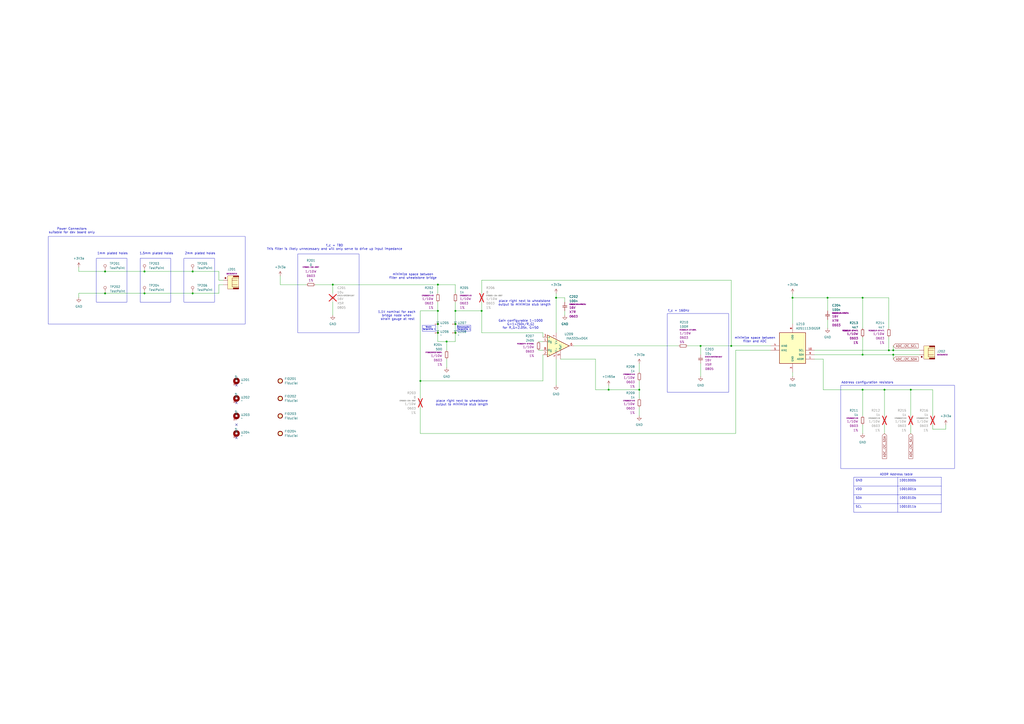
<source format=kicad_sch>
(kicad_sch (version 20250114) (generator "eeschema") (generator_version "9.0")
  (paper "A2")
  (lib_symbols
    (symbol "Amplifier_Instrumentation:INA333xxDGK" (pin_names (offset 0.127))
      (property "Reference" "U" (at 3.81 3.175 0))
      (property "Value" "INA333xxDGK" (at 3.81 -3.175 0))
      (symbol "INA333xxDGK_0_1"
        (polyline (pts (xy 7.62 0) (xy -5.08 6.35) (xy -5.08 -6.35) (xy 7.62 0)) (stroke (width 0.254)) (fill (type background)))
      )
      (symbol "INA333xxDGK_1_1"
        (pin input line (at -7.62 5.08 0) (length 2.54) (name "+") (number "3"))
        (pin passive line (at -7.62 2.54 0) (length 2.54) (name "Rg") (number "1"))
        (pin passive line (at -7.62 -2.54 0) (length 2.54) (name "Rg") (number "8"))
        (pin input line (at -7.62 -5.08 0) (length 2.54) (name "-") (number "2"))
        (pin power_in line (at 0 7.62 270) (length 3.81) (name "V+") (number "7"))
        (pin power_in line (at 0 -7.62 90) (length 3.81) (name "V-") (number "4"))
        (pin input line (at 2.54 -7.62 90) (length 5.08) (name "Ref") (number "5"))
        (pin output line (at 10.16 0 180) (length 2.54) (name "~") (number "6"))
      )
    )
    (symbol "Capacitor 12V Picogrid:22u" (pin_numbers (hide yes)) (pin_names (hide yes))
      (property "Reference" "C" (at 1.905 1.905 0))
      (property "Value" "22u" (at 1.905 0 0))
      (property "Mfr PN" "GMC21X5R226M16NT" (at 1.905 -1.905 0))
      (property "Voltage" "16V" (at 1.905 -3.81 0))
      (property "Dielectric" "X5R" (at 1.905 -5.715 0))
      (property "Package" "0805" (at 1.905 -7.62 0))
      (symbol "22u_0_1"
        (polyline (pts (xy -1.27 -2.159) (xy 1.27 -2.159)) (stroke (width 0.254)))
        (polyline (pts (xy -1.27 -2.921) (xy 1.27 -2.921)) (stroke (width 0.254)))
      )
      (symbol "22u_1_1"
        (pin passive line (at 0 0 270) (length 2.1) (name "+") (number "1"))
        (pin passive line (at 0 -5.08 90) (length 2.1) (name "-") (number "2"))
      )
    )
    (symbol "Connector:TestPoint" (pin_numbers (hide yes)) (pin_names (offset 0.762) (hide yes))
      (property "Reference" "TP" (at 0 6.858 0))
      (property "Value" "TestPoint" (at 0 5.08 0))
      (symbol "TestPoint_0_1"
        (circle (center 0 3.302) (radius 0.762))
      )
      (symbol "TestPoint_1_1"
        (pin passive line (at 0 0 90) (length 2.54) (name "1") (number "1"))
      )
    )
    (symbol "power:+3V3" (power) (pin_numbers (hide yes)) (pin_names (offset 0) (hide yes))
      (property "Value" "+3V3" (at 0 3.556 0))
      (symbol "+3V3_0_1"
        (polyline (pts (xy -0.762 1.27) (xy 0 2.54)))
        (polyline (pts (xy 0 2.54) (xy 0.762 1.27)))
        (polyline (pts (xy 0 0) (xy 0 2.54)))
      )
      (symbol "+3V3_1_1"
        (pin power_in line (at 0 0 90) (length 0) (name "~") (number "1"))
      )
    )
    (symbol "power:GND" (power) (pin_numbers (hide yes)) (pin_names (offset 0) (hide yes))
      (property "Value" "GND" (at 0 -3.81 0))
      (symbol "GND_0_1"
        (polyline (pts (xy 0 0) (xy 0 -1.27) (xy 1.27 -1.27) (xy 0 -2.54) (xy -1.27 -1.27) (xy 0 -1.27)))
      )
      (symbol "GND_1_1"
        (pin power_in line (at 0 0 270) (length 0) (name "~") (number "1"))
      )
    )
    (symbol "ulib_ADC_12b_16ch:ADS1113IDGSR" (pin_names (offset 1.016))
      (property "Reference" "U" (at 9.398 -20.066 0))
      (property "Value" "ADS1113IDGSR" (at 9.398 -22.86 0))
      (symbol "ADS1113IDGSR_0_0"
        (pin input line (at -5.08 -7.62 0) (length 5.08) (name "AIN0") (number "4"))
        (pin input line (at -5.08 -10.16 0) (length 5.08) (name "AIN1") (number "5"))
        (pin power_in line (at 7.62 5.08 270) (length 5.08) (name "VDD") (number "8"))
        (pin power_in line (at 7.62 -22.86 90) (length 5.08) (name "GND") (number "3"))
        (pin input line (at 20.32 -10.16 180) (length 5.08) (name "SCL") (number "10"))
        (pin bidirectional line (at 20.32 -12.7 180) (length 5.08) (name "SDA") (number "9"))
        (pin input line (at 20.32 -15.24 180) (length 5.08) (name "ADDR") (number "1"))
      )
      (symbol "ADS1113IDGSR_0_1"
        (rectangle (start 0 0) (end 15.24 -17.78) (stroke (width 0.254)) (fill (type background)))
      )
    )
    (symbol "ulib_Capacitor_SMD_250V:470p" (pin_numbers (hide yes)) (pin_names (hide yes))
      (property "Reference" "C" (at 1.905 1.905 0))
      (property "Value" "470p" (at 1.905 0 0))
      (property "Mfr PN" "C0603C471JAGACAUTO" (at 1.905 -1.905 0))
      (property "Voltage" "250V" (at 1.905 -3.81 0))
      (property "Dielectric" "C0G" (at 1.905 -5.715 0))
      (property "Package" "0603" (at 1.905 -7.62 0))
      (symbol "470p_0_1"
        (polyline (pts (xy -1.27 -2.159) (xy 1.27 -2.159)) (stroke (width 0.254)))
        (polyline (pts (xy -1.27 -2.921) (xy 1.27 -2.921)) (stroke (width 0.254)))
      )
      (symbol "470p_1_1"
        (pin passive line (at 0 0 270) (length 2.1) (name "+") (number "1"))
        (pin passive line (at 0 -5.08 90) (length 2.1) (name "-") (number "2"))
      )
    )
    (symbol "ulib_Connectors_DuraClik:502352-0210" (pin_numbers (hide yes)) (pin_names (hide yes))
      (property "Reference" "J" (at 0 -10.16 0))
      (property "Mfr PN" "5023520210" (at 1.27 -3.175 0))
      (symbol "502352-0210_0_1"
        (polyline (pts (xy -1.27 -8.89) (xy -1.27 -5.08) (xy 3.81 -5.08) (xy 3.81 -8.89)))
      )
      (symbol "502352-0210_1_1"
        (rectangle (start -2.54 -8.89) (end -1.905 -5.715) (fill (type outline)))
        (rectangle (start -2.54 -8.89) (end 5.08 -2.54) (fill (type background)))
        (circle (center -1.27 -1.27) (radius 0.0001) (stroke (width 1)) (fill (type outline)))
        (polyline (pts (xy 0 -5.08) (xy 0 -8.255)))
        (polyline (pts (xy 2.54 -5.08) (xy 2.54 -8.255)))
        (rectangle (start 4.445 -8.89) (end 5.08 -5.715) (fill (type outline)))
        (pin passive line (at 0 0 270) (length 2.54) (name "1") (number "1"))
        (pin passive line (at 2.54 0 270) (length 2.54) (name "2") (number "2"))
      )
    )
    (symbol "ulib_Mounting_Holes:Fiducial"
      (property "Reference" "FID" (at 0 5.08 0))
      (property "Value" "Fiducial" (at 0 3.175 0))
      (symbol "Fiducial_0_1"
        (circle (center 0 0) (radius 1.27) (stroke (width 0.508)) (fill (type background)))
      )
    )
    (symbol "ulib_Mounting_Holes:M2 Pad"
      (property "Reference" "U" (at 2.032 4.064 0))
      (symbol "M2 Pad_0_1"
        (circle (center 0 0) (radius 1.27) (stroke (width 1.27)))
      )
      (symbol "M2 Pad_1_1"
        (pin input line (at 0 -2.54 90) (length 2.54) (name "MP") (number "MP"))
      )
    )
    (symbol "ulib_Resistor_SMD_0.1W:0" (pin_numbers (hide yes)) (pin_names (hide yes))
      (property "Reference" "R" (at 1.905 1.905 0))
      (property "Value" "0" (at 1.905 0 0))
      (property "Mfr PN" "CR0603-10W-000T" (at 1.905 -1.905 0))
      (property "Power" "1/10W" (at 1.905 -3.81 0))
      (property "Package" "0603" (at 1.905 -7.62 0))
      (property "Tolerance" "1%" (at 1.905 -5.715 0))
      (symbol "0_0_1"
        (rectangle (start -0.762 -0.762) (end 0.762 -4.318) (stroke (width 0.2032)))
      )
      (symbol "0_1_1"
        (pin passive line (at 0 0 270) (length 0.762) (name "~") (number "1"))
        (pin passive line (at 0 -5.08 90) (length 0.762) (name "~") (number "2"))
      )
    )
    (symbol "ulib_TestPoints:Pad_0.15mm"
      (property "Reference" "U" (at 1.524 1.524 0))
      (symbol "Pad_0.15mm_0_1"
        (circle (center 0 0) (radius 0.508))
      )
      (symbol "Pad_0.15mm_1_1"
        (pin passive line (at 0 0 90) (length 0) (name "1") (number "1"))
      )
    )
  )
  (rectangle (start 55.88 149.86) (end 73.66 175.26))
  (rectangle (start 81.28 149.86) (end 99.06 175.26))
  (rectangle (start 27.94 137.16) (end 142.24 187.96))
  (rectangle (start 106.68 149.86) (end 124.46 175.26))
  (rectangle (start 265.1916 188.6604) (end 273.048 192.0213))
  (rectangle (start 172.72 147.32) (end 208.28 193.04))
  (rectangle (start 487.68 223.52) (end 553.72 271.78))
  (rectangle (start 387.096 181.864) (end 422.656 227.584))
  (rectangle (start 244.9756 188.7757) (end 252.8573 192.1192))
  (text "Compression \nSerpentine 1" (at 269.24 190.5 0) (effects (font (size 0.762 0.762))))
  (text "f_c = 160Hz" (at 393.7 180.34 0) (effects (font (size 1.27 1.27))))
  (text "Power Connectors\nsuitable for dev board only" (at 41.656 133.858 0) (effects (font (size 1.27 1.27))))
  (text "Address configuration resistors" (at 503.174 221.996 0) (effects (font (size 1.27 1.27))))
  (text "1mm plated holes\n" (at 65.278 147.066 0) (effects (font (size 1.27 1.27))))
  (text "2mm plated holes\n" (at 116.078 147.066 0) (effects (font (size 1.27 1.27))))
  (text "1.1V nominal for each \nbridge node when \nstrain gauge at rest" (at 230.632 183.134 0) (effects (font (size 1.27 1.27))))
  (text "Gain configurable 1-1000\nG=1+(50k/R_G)\nfor R_G=2.05k, G=50" (at 302.006 188.214 0) (effects (font (size 1.27 1.27))))
  (text "minimize space between\nfilter and ADC\n" (at 437.896 197.104 0) (effects (font (size 1.27 1.27))))
  (text "place right next to wheatstone\noutput to minimize stub length" (at 267.97 233.68 0) (effects (font (size 1.27 1.27))))
  (text "place right next to wheatstone\noutput to minimize stub length" (at 304.292 175.768 0) (effects (font (size 1.27 1.27))))
  (text "ADDR Address table" (at 519.938 275.336 0) (effects (font (size 1.27 1.27))))
  (text "Strain \nSerpentine 1" (at 248.92 190.5 0) (effects (font (size 0.762 0.762))))
  (text "1.5mm plated holes\n" (at 90.678 147.066 0) (effects (font (size 1.27 1.27))))
  (text "f_c = TBD\nThis filter is likely unnecessary and will only serve to drive up input impedance" (at 194.056 143.51 0) (effects (font (size 1.27 1.27))))
  (text "minimize space between\nfilter and wheatstone bridge" (at 239.522 160.274 0) (effects (font (size 1.27 1.27))))
  (junction (at 500.38 226.06))
  (junction (at 243.84 220.98))
  (junction (at 500.38 205.74))
  (junction (at 459.74 172.72))
  (junction (at 424.18 200.66))
  (junction (at 500.38 172.72))
  (junction (at 480.06 172.72))
  (junction (at 254 187.96))
  (junction (at 515.62 203.2))
  (junction (at 111.76 157.48))
  (junction (at 406.4 200.66))
  (junction (at 353.06 226.06))
  (junction (at 518.16 203.2))
  (junction (at 259.08 198.12))
  (junction (at 264.16 193.0406))
  (junction (at 60.96 170.18))
  (junction (at 254 165.1))
  (junction (at 264.16 187.96))
  (junction (at 279.4 180.34))
  (junction (at 370.84 226.06))
  (junction (at 83.82 170.18))
  (junction (at 254 180.34))
  (junction (at 518.16 205.74))
  (junction (at 193.04 165.1))
  (junction (at 111.76 170.18))
  (junction (at 513.08 226.06))
  (junction (at 254 193.04))
  (junction (at 60.96 157.48))
  (junction (at 83.82 157.48))
  (junction (at 528.32 226.06))
  (junction (at 322.58 172.72))
  (junction (at 264.16 180.34))
  (no_connect (at 137.16 233.68))
  (no_connect (at 137.16 254))
  (no_connect (at 137.16 246.38))
  (no_connect (at 137.16 223.52))
  (wire (pts (xy 279.4 170.18) (xy 279.4 162.56)))
  (wire (pts (xy 518.16 200.66) (xy 518.16 203.2)))
  (wire (pts (xy 426.72 203.2) (xy 426.72 251.46)))
  (wire (pts (xy 279.4 162.56) (xy 424.18 162.56)))
  (wire (pts (xy 127 170.18) (xy 127 165.1)))
  (wire (pts (xy 60.96 157.48) (xy 83.82 157.48)))
  (wire (pts (xy 254 165.1) (xy 264.16 165.1)))
  (wire (pts (xy 327.66 180.34) (xy 327.66 182.88)))
  (wire (pts (xy 406.4 200.66) (xy 424.18 200.66)))
  (wire (pts (xy 254 180.34) (xy 254 187.96)))
  (wire (pts (xy 515.62 203.2) (xy 518.16 203.2)))
  (wire (pts (xy 472.44 205.74) (xy 500.38 205.74)))
  (wire (pts (xy 60.96 170.18) (xy 83.82 170.18)))
  (wire (pts (xy 314.96 193.04) (xy 314.96 195.58)))
  (wire (pts (xy 254 180.34) (xy 243.84 180.34)))
  (wire (pts (xy 327.66 172.72) (xy 322.58 172.72)))
  (wire (pts (xy 327.66 175.26) (xy 327.66 172.72)))
  (wire (pts (xy 353.06 223.52) (xy 353.06 226.06)))
  (wire (pts (xy 500.38 172.72) (xy 515.62 172.72)))
  (wire (pts (xy 480.06 185.42) (xy 480.06 190.5)))
  (wire (pts (xy 424.18 200.66) (xy 424.18 162.56)))
  (wire (pts (xy 426.72 203.2) (xy 447.04 203.2)))
  (wire (pts (xy 264.16 193.0406) (xy 264.16 198.12)))
  (wire (pts (xy 459.74 172.72) (xy 480.06 172.72)))
  (wire (pts (xy 193.04 165.1) (xy 193.04 170.18)))
  (wire (pts (xy 279.4 180.34) (xy 279.4 193.04)))
  (wire (pts (xy 500.38 246.38) (xy 500.38 251.46)))
  (wire (pts (xy 279.4 193.04) (xy 314.96 193.04)))
  (wire (pts (xy 345.44 226.06) (xy 353.06 226.06)))
  (wire (pts (xy 370.84 220.98) (xy 370.84 226.06)))
  (wire (pts (xy 243.84 220.98) (xy 314.96 220.98)))
  (wire (pts (xy 279.4 180.34) (xy 279.4 175.26)))
  (wire (pts (xy 254 193.04) (xy 254 198.12)))
  (wire (pts (xy 518.16 205.74) (xy 533.4 205.74)))
  (wire (pts (xy 193.04 165.1) (xy 254 165.1)))
  (wire (pts (xy 528.32 226.06) (xy 528.32 241.3)))
  (wire (pts (xy 500.38 195.58) (xy 500.38 205.74)))
  (wire (pts (xy 370.84 226.06) (xy 370.84 231.14)))
  (wire (pts (xy 127 162.56) (xy 129.54 162.56)))
  (wire (pts (xy 459.74 215.9) (xy 459.74 218.44)))
  (wire (pts (xy 45.72 172.72) (xy 45.72 170.18)))
  (wire (pts (xy 370.84 236.22) (xy 370.84 241.3)))
  (wire (pts (xy 513.08 226.06) (xy 513.08 241.3)))
  (wire (pts (xy 322.58 172.72) (xy 322.58 193.04)))
  (wire (pts (xy 264.16 175.26) (xy 264.16 180.34)))
  (wire (pts (xy 541.02 226.06) (xy 528.32 226.06)))
  (wire (pts (xy 528.32 246.38) (xy 528.32 251.46)))
  (wire (pts (xy 127 165.1) (xy 129.54 165.1)))
  (wire (pts (xy 353.06 226.06) (xy 370.84 226.06)))
  (wire (pts (xy 459.74 170.18) (xy 459.74 172.72)))
  (wire (pts (xy 345.44 226.06) (xy 345.44 208.28)))
  (wire (pts (xy 477.52 226.06) (xy 477.52 208.28)))
  (wire (pts (xy 45.72 157.48) (xy 60.96 157.48)))
  (wire (pts (xy 477.52 226.06) (xy 500.38 226.06)))
  (wire (pts (xy 528.32 226.06) (xy 513.08 226.06)))
  (wire (pts (xy 406.4 210.82) (xy 406.4 218.44)))
  (wire (pts (xy 518.16 203.2) (xy 533.4 203.2)))
  (wire (pts (xy 500.38 190.5) (xy 500.38 172.72)))
  (wire (pts (xy 424.18 200.66) (xy 447.04 200.66)))
  (wire (pts (xy 264.16 180.34) (xy 279.4 180.34)))
  (wire (pts (xy 500.38 226.06) (xy 500.38 241.3)))
  (wire (pts (xy 243.84 180.34) (xy 243.84 220.98)))
  (wire (pts (xy 515.62 190.5) (xy 515.62 172.72)))
  (wire (pts (xy 243.84 251.46) (xy 426.72 251.46)))
  (wire (pts (xy 243.84 231.14) (xy 243.84 220.98)))
  (wire (pts (xy 264.16 165.1) (xy 264.16 170.18)))
  (wire (pts (xy 45.72 154.94) (xy 45.72 157.48)))
  (wire (pts (xy 254 198.12) (xy 259.08 198.12)))
  (wire (pts (xy 472.44 203.2) (xy 515.62 203.2)))
  (wire (pts (xy 45.72 170.18) (xy 60.96 170.18)))
  (wire (pts (xy 541.02 246.38) (xy 541.02 248.92)))
  (wire (pts (xy 83.82 170.18) (xy 111.76 170.18)))
  (wire (pts (xy 480.06 172.72) (xy 480.06 180.34)))
  (wire (pts (xy 312.42 198.12) (xy 314.96 198.12)))
  (wire (pts (xy 243.84 251.46) (xy 243.84 236.22)))
  (wire (pts (xy 548.64 248.92) (xy 548.64 246.38)))
  (wire (pts (xy 332.74 200.66) (xy 393.7 200.66)))
  (wire (pts (xy 477.52 208.28) (xy 472.44 208.28)))
  (wire (pts (xy 513.08 246.38) (xy 513.08 251.46)))
  (wire (pts (xy 541.02 248.92) (xy 548.64 248.92)))
  (wire (pts (xy 264.16 180.34) (xy 264.16 187.96)))
  (wire (pts (xy 370.84 210.82) (xy 370.84 215.9)))
  (wire (pts (xy 259.08 208.28) (xy 259.08 213.36)))
  (wire (pts (xy 83.82 157.48) (xy 111.76 157.48)))
  (wire (pts (xy 111.76 170.18) (xy 127 170.18)))
  (wire (pts (xy 259.08 198.12) (xy 264.16 198.12)))
  (wire (pts (xy 259.08 198.12) (xy 259.08 203.2)))
  (wire (pts (xy 254 165.1) (xy 254 170.18)))
  (wire (pts (xy 515.62 195.58) (xy 515.62 203.2)))
  (wire (pts (xy 254 187.96) (xy 254 193.04)))
  (wire (pts (xy 111.76 157.48) (xy 127 157.48)))
  (wire (pts (xy 325.12 208.28) (xy 345.44 208.28)))
  (wire (pts (xy 541.02 241.3) (xy 541.02 226.06)))
  (wire (pts (xy 459.74 172.72) (xy 459.74 187.96)))
  (wire (pts (xy 398.78 200.66) (xy 406.4 200.66)))
  (wire (pts (xy 518.16 205.74) (xy 518.16 208.28)))
  (wire (pts (xy 322.58 208.28) (xy 322.58 223.52)))
  (wire (pts (xy 513.08 226.06) (xy 500.38 226.06)))
  (wire (pts (xy 264.16 187.96) (xy 264.16 193.0406)))
  (wire (pts (xy 480.06 172.72) (xy 500.38 172.72)))
  (wire (pts (xy 322.58 170.18) (xy 322.58 172.72)))
  (wire (pts (xy 182.88 165.1) (xy 193.04 165.1)))
  (wire (pts (xy 193.04 175.26) (xy 193.04 182.88)))
  (wire (pts (xy 406.4 200.66) (xy 406.4 205.74)))
  (wire (pts (xy 312.42 203.2) (xy 314.96 203.2)))
  (wire (pts (xy 500.38 205.74) (xy 518.16 205.74)))
  (wire (pts (xy 314.96 220.98) (xy 314.96 205.74)))
  (wire (pts (xy 127 157.48) (xy 127 162.56)))
  (wire (pts (xy 162.56 165.1) (xy 177.8 165.1)))
  (wire (pts (xy 162.56 160.02) (xy 162.56 165.1)))
  (wire (pts (xy 254 175.26) (xy 254 180.34)))
  (table (column_count 2) (border (external yes) (header yes)) (separators (rows yes) (cols yes)) (column_widths 25.4 25.4) (row_heights 5.08 5.08 5.08 5.08) (cells (table_cell "GND" (at 495.3 276.86 0) (size 25.4 5.08) (margins 0.9525 0.9525 0.9525 0.9525) (span 1 1)) (table_cell "1001000b" (at 520.7 276.86 0) (size 25.4 5.08) (margins 0.9525 0.9525 0.9525 0.9525) (span 1 1)) (table_cell "VDD" (at 495.3 281.94 0) (size 25.4 5.08) (margins 0.9525 0.9525 0.9525 0.9525) (span 1 1)) (table_cell "1001001b" (at 520.7 281.94 0) (size 25.4 5.08) (margins 0.9525 0.9525 0.9525 0.9525) (span 1 1)) (table_cell "SDA" (at 495.3 287.02 0) (size 25.4 5.08) (margins 0.9525 0.9525 0.9525 0.9525) (span 1 1)) (table_cell "1001010b" (at 520.7 287.02 0) (size 25.4 5.08) (margins 0.9525 0.9525 0.9525 0.9525) (span 1 1)) (table_cell "SCL" (at 495.3 292.1 0) (size 25.4 5.08) (margins 0.9525 0.9525 0.9525 0.9525) (span 1 1)) (table_cell "1001011b" (at 520.7 292.1 0) (size 25.4 5.08) (margins 0.9525 0.9525 0.9525 0.9525) (span 1 1))))
  (global_label "ADC_I2C_SCL" (shape input) (at 528.32 251.46 270) (property "Intersheetrefs" "${INTERSHEET_REFS}" (effects (hide yes))))
  (global_label "ADC_I2C_SDA" (shape input) (at 518.16 208.28 0) (property "Intersheetrefs" "${INTERSHEET_REFS}" (effects (hide yes))))
  (global_label "ADC_I2C_SDA" (shape input) (at 513.08 251.46 270) (property "Intersheetrefs" "${INTERSHEET_REFS}" (effects (hide yes))))
  (global_label "ADC_I2C_SCL" (shape input) (at 518.16 200.66 0) (property "Intersheetrefs" "${INTERSHEET_REFS}" (effects (hide yes))))
  (symbol (lib_id "ulib_Connectors_DuraClik:502352-0210") (at 533.4 205.74 90) (unit 1)
    (property "Reference" "J202" (at 543.56 203.8349 90) (effects (justify right)))
    (property "Value" "502352-0210" (effects (hide yes)))
    (property "Footprint" "ulib_Connectors_DuraClik:Molex_DuraClik_5023520210_1x02_MP_P2.00mm_Right_Angle" (effects (hide yes)))
    (property "Datasheet" "https://www.literature.molex.com/SQLImages/kelmscott/Molex/PDF_Images/987650-8742.PDF" (effects (hide yes)))
    (property "Description" "DuraClik SMD Header, Single Row, Right-Angle, 2 Circuits, Gold (Au) Plating, Natural, 0.079\" (2.00mm)" (effects (hide yes)))
    (property "Mfr PN" "5023520210" (at 543.56 205.74 90) (effects (font (size 0.635 0.635)) (justify right)))
  )
  (symbol (lib_id "ulib_Mounting_Holes:M2 Pad") (at 137.16 241.3 0) (unit 1)
    (property "Reference" "U203" (at 139.7 240.6649 0) (effects (justify left)))
    (property "Value" "~" (at 139.7 242.57 0) (effects (justify left)))
    (property "Footprint" "ulib_Mechanical:MountingHole_3.2mm_M2_Pad_Via" (effects (hide yes)))
  )
  (symbol (lib_id "ulib_Mounting_Holes:Fiducial") (at 162.56 220.98 0) (unit 1)
    (property "Reference" "FID201" (at 165.1 219.7099 0) (effects (justify left)))
    (property "Value" "Fiducial" (at 165.1 222.2499 0) (effects (justify left)))
    (property "Footprint" "ulib_Mechanical:Fiducial_0.5mm_Mask1mm" (effects (hide yes)))
    (property "Description" "Fiducial Marker" (effects (hide yes)))
  )
  (symbol (lib_id "power:GND") (at 480.06 190.5 0) (unit 1)
    (property "Reference" "#PWR0216" (effects (hide yes)))
    (property "Value" "GND" (at 480.06 195.58 0))
    (property "Description" "Power symbol creates a global label with name \"GND\" , ground" (effects (hide yes)))
  )
  (symbol (lib_id "ulib_Mounting_Holes:Fiducial") (at 162.56 231.14 0) (unit 1)
    (property "Reference" "FID202" (at 165.1 229.8699 0) (effects (justify left)))
    (property "Value" "Fiducial" (at 165.1 232.4099 0) (effects (justify left)))
    (property "Footprint" "ulib_Mechanical:Fiducial_0.5mm_Mask1mm" (effects (hide yes)))
    (property "Description" "Fiducial Marker" (effects (hide yes)))
  )
  (symbol (lib_id "ulib_Resistor_SMD_0.1W:0") (at 541.02 241.3 0) (mirror y) (unit 1) (in_bom no) (dnp yes)
    (property "Reference" "R216" (at 538.48 238.1249 0) (effects (justify left)))
    (property "Value" "1k" (at 538.48 240.6649 0) (effects (justify left)))
    (property "Footprint" "ulib_Resistors_SMD:R_0603_1608Metric" (effects (hide yes)))
    (property "Datasheet" "https://page.venkel.com/hubfs/Resources/Datasheets/CR-Series.pdf" (effects (hide yes)))
    (property "Description" "1/10W 0 1% SMD Resistor - Thick Film" (effects (hide yes)))
    (property "Mfr PN" "CRG0603F1K0" (at 538.48 242.57 0) (effects (font (size 0.635 0.635)) (justify left)))
    (property "Power" "1/10W" (at 538.48 244.4749 0) (effects (justify left)))
    (property "Package" "0603" (at 538.48 247.0149 0) (effects (justify left)))
    (property "Tolerance" "1%" (at 538.48 249.5549 0) (effects (justify left)))
  )
  (symbol (lib_id "ulib_Resistor_SMD_0.1W:0") (at 254 170.18 0) (mirror y) (unit 1)
    (property "Reference" "R202" (at 251.46 167.0049 0) (effects (justify left)))
    (property "Value" "1k" (at 251.46 169.5449 0) (effects (justify left)))
    (property "Footprint" "ulib_Resistors_SMD:R_0603_1608Metric" (effects (hide yes)))
    (property "Datasheet" "https://page.venkel.com/hubfs/Resources/Datasheets/CR-Series.pdf" (effects (hide yes)))
    (property "Description" "1/10W 0 1% SMD Resistor - Thick Film" (effects (hide yes)))
    (property "Mfr PN" "CRG0603F1K0" (at 251.46 171.45 0) (effects (font (size 0.635 0.635)) (justify left)))
    (property "Power" "1/10W" (at 251.46 173.3549 0) (effects (justify left)))
    (property "Package" "0603" (at 251.46 175.8949 0) (effects (justify left)))
    (property "Tolerance" "1%" (at 251.46 178.4349 0) (effects (justify left)))
  )
  (symbol (lib_id "Connector:TestPoint") (at 60.96 157.48 0) (unit 1)
    (property "Reference" "TP201" (at 63.5 152.9079 0) (effects (justify left)))
    (property "Value" "TestPoint" (at 63.5 155.4479 0) (effects (justify left)))
    (property "Footprint" "TestPoint:TestPoint_THTPad_D2.0mm_Drill1.0mm" (effects (hide yes)))
    (property "Description" "test point" (effects (hide yes)))
  )
  (symbol (lib_id "power:+3V3") (at 353.06 223.52 0) (mirror y) (unit 1)
    (property "Reference" "#PWR0210" (effects (hide yes)))
    (property "Value" "+1V65a" (at 353.06 218.44 0))
    (property "Description" "Power symbol creates a global label with name \"+3V3\"" (effects (hide yes)))
  )
  (symbol (lib_id "power:+3V3") (at 459.74 170.18 0) (unit 1)
    (property "Reference" "#PWR0214" (effects (hide yes)))
    (property "Value" "+3V3a" (at 459.74 165.1 0))
    (property "Description" "Power symbol creates a global label with name \"+3V3\"" (effects (hide yes)))
  )
  (symbol (lib_id "Connector:TestPoint") (at 83.82 157.48 0) (unit 1)
    (property "Reference" "TP203" (at 86.36 152.9079 0) (effects (justify left)))
    (property "Value" "TestPoint" (at 86.36 155.4479 0) (effects (justify left)))
    (property "Footprint" "TestPoint:TestPoint_THTPad_D3.0mm_Drill1.5mm" (effects (hide yes)))
    (property "Description" "test point" (effects (hide yes)))
  )
  (symbol (lib_id "power:+3V3") (at 162.56 160.02 0) (unit 1)
    (property "Reference" "#PWR0204" (effects (hide yes)))
    (property "Value" "+3V3a" (at 162.56 154.94 0))
    (property "Description" "Power symbol creates a global label with name \"+3V3\"" (effects (hide yes)))
  )
  (symbol (lib_id "ulib_Mounting_Holes:Fiducial") (at 162.56 251.46 0) (unit 1)
    (property "Reference" "FID204" (at 165.1 250.1899 0) (effects (justify left)))
    (property "Value" "Fiducial" (at 165.1 252.7299 0) (effects (justify left)))
    (property "Footprint" "ulib_Mechanical:Fiducial_0.5mm_Mask1mm" (effects (hide yes)))
    (property "Description" "Fiducial Marker" (effects (hide yes)))
  )
  (symbol (lib_id "power:GND") (at 45.72 172.72 0) (unit 1)
    (property "Reference" "#PWR0202" (effects (hide yes)))
    (property "Value" "GND" (at 45.72 177.8 0))
    (property "Description" "Power symbol creates a global label with name \"GND\" , ground" (effects (hide yes)))
  )
  (symbol (lib_id "ulib_TestPoints:Pad_0.15mm") (at 254 187.96 0) (unit 1)
    (property "Reference" "U205" (at 255.27 187.3249 0) (effects (justify left)))
    (property "Value" "~" (at 255.27 189.23 0) (effects (justify left)))
    (property "Footprint" "TestPoint:TestPoint_Pad_D0.15mm" (effects (hide yes)))
  )
  (symbol (lib_id "Connector:TestPoint") (at 111.76 170.18 0) (unit 1)
    (property "Reference" "TP206" (at 114.3 165.6079 0) (effects (justify left)))
    (property "Value" "TestPoint" (at 114.3 168.1479 0) (effects (justify left)))
    (property "Footprint" "TestPoint:TestPoint_THTPad_D4.0mm_Drill2.0mm" (effects (hide yes)))
    (property "Description" "test point" (effects (hide yes)))
  )
  (symbol (lib_id "power:+3V3") (at 322.58 170.18 0) (unit 1)
    (property "Reference" "#PWR0207" (effects (hide yes)))
    (property "Value" "+3V3a" (at 322.58 165.1 0))
    (property "Description" "Power symbol creates a global label with name \"+3V3\"" (effects (hide yes)))
  )
  (symbol (lib_id "ulib_Resistor_SMD_0.1W:0") (at 370.84 231.14 0) (mirror y) (unit 1)
    (property "Reference" "R209" (at 368.3 227.9649 0) (effects (justify left)))
    (property "Value" "1k" (at 368.3 230.5049 0) (effects (justify left)))
    (property "Footprint" "ulib_Resistors_SMD:R_0603_1608Metric" (effects (hide yes)))
    (property "Datasheet" "https://page.venkel.com/hubfs/Resources/Datasheets/CR-Series.pdf" (effects (hide yes)))
    (property "Description" "1/10W 0 1% SMD Resistor - Thick Film" (effects (hide yes)))
    (property "Mfr PN" "CRG0603F1K0" (at 368.3 232.41 0) (effects (font (size 0.635 0.635)) (justify left)))
    (property "Power" "1/10W" (at 368.3 234.3149 0) (effects (justify left)))
    (property "Package" "0603" (at 368.3 236.8549 0) (effects (justify left)))
    (property "Tolerance" "1%" (at 368.3 239.3949 0) (effects (justify left)))
  )
  (symbol (lib_id "power:GND") (at 370.84 241.3 0) (mirror y) (unit 1)
    (property "Reference" "#PWR0212" (effects (hide yes)))
    (property "Value" "GND" (at 370.84 246.38 0))
    (property "Description" "Power symbol creates a global label with name \"GND\" , ground" (effects (hide yes)))
  )
  (symbol (lib_id "ulib_Resistor_SMD_0.1W:0") (at 243.84 231.14 0) (mirror y) (unit 1) (in_bom no) (dnp yes)
    (property "Reference" "R203" (at 241.3 227.9649 0) (effects (justify left)))
    (property "Value" "0" (at 241.3 230.5049 0) (effects (justify left)))
    (property "Footprint" "ulib_Resistors_SMD:R_0603_1608Metric" (effects (hide yes)))
    (property "Datasheet" "https://page.venkel.com/hubfs/Resources/Datasheets/CR-Series.pdf" (effects (hide yes)))
    (property "Description" "1/10W 0 1% SMD Resistor - Thick Film" (effects (hide yes)))
    (property "Mfr PN" "CR0603-10W-000T" (at 241.3 232.41 0) (effects (font (size 0.635 0.635)) (justify left)))
    (property "Power" "1/10W" (at 241.3 234.3149 0) (effects (justify left)))
    (property "Package" "0603" (at 241.3 236.8549 0) (effects (justify left)))
    (property "Tolerance" "1%" (at 241.3 239.3949 0) (effects (justify left)))
  )
  (symbol (lib_id "Connector:TestPoint") (at 111.76 157.48 0) (unit 1)
    (property "Reference" "TP205" (at 114.3 152.9079 0) (effects (justify left)))
    (property "Value" "TestPoint" (at 114.3 155.4479 0) (effects (justify left)))
    (property "Footprint" "TestPoint:TestPoint_THTPad_D4.0mm_Drill2.0mm" (effects (hide yes)))
    (property "Description" "test point" (effects (hide yes)))
  )
  (symbol (lib_id "ulib_Mounting_Holes:Fiducial") (at 162.56 241.3 0) (unit 1)
    (property "Reference" "FID203" (at 165.1 240.0299 0) (effects (justify left)))
    (property "Value" "Fiducial" (at 165.1 242.5699 0) (effects (justify left)))
    (property "Footprint" "ulib_Mechanical:Fiducial_0.5mm_Mask1mm" (effects (hide yes)))
    (property "Description" "Fiducial Marker" (effects (hide yes)))
  )
  (symbol (lib_id "Connector:TestPoint") (at 83.82 170.18 0) (unit 1)
    (property "Reference" "TP204" (at 86.36 165.6079 0) (effects (justify left)))
    (property "Value" "TestPoint" (at 86.36 168.1479 0) (effects (justify left)))
    (property "Footprint" "TestPoint:TestPoint_THTPad_D3.0mm_Drill1.5mm" (effects (hide yes)))
    (property "Description" "test point" (effects (hide yes)))
  )
  (symbol (lib_id "Amplifier_Instrumentation:INA333xxDGK") (at 322.58 200.66 0) (unit 1)
    (property "Reference" "U209" (at 329.946 193.802 0))
    (property "Value" "INA333xxDGK" (at 334.772 196.2718 0))
    (property "Footprint" "Package_SO:VSSOP-8_3x3mm_P0.65mm" (effects (hide yes)))
    (property "Datasheet" "https://www.ti.com/lit/ds/symlink/ina333.pdf" (effects (hide yes)))
    (property "Description" "Zero Drift, Micropower Instrumentation Amplifier G = 1 + 100kOhm/Rg, VSSOP-8" (effects (hide yes)))
  )
  (symbol (lib_id "power:GND") (at 406.4 218.44 0) (unit 1)
    (property "Reference" "#PWR0213" (effects (hide yes)))
    (property "Value" "GND" (at 406.4 223.52 0))
    (property "Description" "Power symbol creates a global label with name \"GND\" , ground" (effects (hide yes)))
  )
  (symbol (lib_id "power:GND") (at 459.74 218.44 0) (unit 1)
    (property "Reference" "#PWR0215" (effects (hide yes)))
    (property "Value" "GND" (at 459.74 223.52 0))
    (property "Description" "Power symbol creates a global label with name \"GND\" , ground" (effects (hide yes)))
  )
  (symbol (lib_id "ulib_Connectors_DuraClik:502352-0210") (at 129.54 162.56 90) (mirror x) (unit 1)
    (property "Reference" "J201" (at 134.37 156.21 90))
    (property "Value" "502352-0210" (effects (hide yes)))
    (property "Footprint" "ulib_Connectors_DuraClik:Molex_DuraClik_5023520210_1x02_MP_P2.00mm_Right_Angle" (effects (hide yes)))
    (property "Datasheet" "https://www.literature.molex.com/SQLImages/kelmscott/Molex/PDF_Images/987650-8742.PDF" (effects (hide yes)))
    (property "Description" "DuraClik SMD Header, Single Row, Right-Angle, 2 Circuits, Gold (Au) Plating, Natural, 0.079\" (2.00mm)" (effects (hide yes)))
    (property "Mfr PN" "5023520210" (at 134.37 158.75 90) (effects (font (size 0.635 0.635))))
  )
  (symbol (lib_id "ulib_Mounting_Holes:M2 Pad") (at 137.16 231.14 0) (unit 1)
    (property "Reference" "U202" (at 139.7 230.5049 0) (effects (justify left)))
    (property "Value" "~" (at 139.7 232.41 0) (effects (justify left)))
    (property "Footprint" "ulib_Mechanical:MountingHole_3.2mm_M2_Pad_Via" (effects (hide yes)))
  )
  (symbol (lib_id "power:GND") (at 193.04 182.88 0) (unit 1)
    (property "Reference" "#PWR0205" (effects (hide yes)))
    (property "Value" "GND" (at 193.04 187.96 0))
    (property "Description" "Power symbol creates a global label with name \"GND\" , ground" (effects (hide yes)))
  )
  (symbol (lib_id "ulib_Resistor_SMD_0.1W:0") (at 182.88 165.1 270) (unit 1)
    (property "Reference" "R201" (at 180.34 151.13 90))
    (property "Value" "0" (at 180.34 153.67 90))
    (property "Footprint" "ulib_Resistors_SMD:R_0603_1608Metric" (effects (hide yes)))
    (property "Datasheet" "https://page.venkel.com/hubfs/Resources/Datasheets/CR-Series.pdf" (effects (hide yes)))
    (property "Description" "1/10W 0 1% SMD Resistor - Thick Film" (effects (hide yes)))
    (property "Mfr PN" "CR0603-10W-000T" (at 180.34 154.94 90) (effects (font (size 0.635 0.635))))
    (property "Power" "1/10W" (at 180.34 157.48 90))
    (property "Package" "0603" (at 180.34 160.02 90))
    (property "Tolerance" "1%" (at 180.34 162.56 90))
  )
  (symbol (lib_id "ulib_TestPoints:Pad_0.15mm") (at 264.16 187.96 0) (unit 1)
    (property "Reference" "U207" (at 265.43 187.3249 0) (effects (justify left)))
    (property "Value" "~" (at 265.43 189.23 0) (effects (justify left)))
    (property "Footprint" "TestPoint:TestPoint_Pad_D0.15mm" (effects (hide yes)))
  )
  (symbol (lib_id "ulib_Resistor_SMD_0.1W:0") (at 370.84 215.9 0) (mirror y) (unit 1)
    (property "Reference" "R208" (at 368.3 212.7249 0) (effects (justify left)))
    (property "Value" "1k" (at 368.3 215.2649 0) (effects (justify left)))
    (property "Footprint" "ulib_Resistors_SMD:R_0603_1608Metric" (effects (hide yes)))
    (property "Datasheet" "https://page.venkel.com/hubfs/Resources/Datasheets/CR-Series.pdf" (effects (hide yes)))
    (property "Description" "1/10W 0 1% SMD Resistor - Thick Film" (effects (hide yes)))
    (property "Mfr PN" "CRG0603F1K0" (at 368.3 217.17 0) (effects (font (size 0.635 0.635)) (justify left)))
    (property "Power" "1/10W" (at 368.3 219.0749 0) (effects (justify left)))
    (property "Package" "0603" (at 368.3 221.6149 0) (effects (justify left)))
    (property "Tolerance" "1%" (at 368.3 224.1549 0) (effects (justify left)))
  )
  (symbol (lib_id "Capacitor 12V Picogrid:22u") (at 193.04 170.18 0) (unit 1) (in_bom no) (dnp yes)
    (property "Reference" "C201" (at 195.58 167.0049 0) (effects (justify left)))
    (property "Value" "10u" (at 195.58 169.5449 0) (effects (justify left)))
    (property "Footprint" "ulib_Capacitor_SMD:C_0805_2012Metric" (effects (hide yes)))
    (property "Datasheet" "http://www.calchipelectronics.com/pdf/gmc_series.pdf" (effects (hide yes)))
    (property "Description" "16V; X5R; 20%; 0805; GMC21X5R226M16NT" (effects (hide yes)))
    (property "Mfr PN" "GMC21X5R226M16NT" (at 195.58 171.45 0) (effects (font (size 0.635 0.635)) (justify left)))
    (property "Voltage" "16V" (at 195.58 173.3549 0) (effects (justify left)))
    (property "Dielectric" "X5R" (at 195.58 175.8949 0) (effects (justify left)))
    (property "Package" "0805" (at 195.58 178.4349 0) (effects (justify left)))
  )
  (symbol (lib_id "ulib_Resistor_SMD_0.1W:0") (at 513.08 241.3 0) (mirror y) (unit 1) (in_bom no) (dnp yes)
    (property "Reference" "R212" (at 510.54 238.1249 0) (effects (justify left)))
    (property "Value" "1k" (at 510.54 240.6649 0) (effects (justify left)))
    (property "Footprint" "ulib_Resistors_SMD:R_0603_1608Metric" (effects (hide yes)))
    (property "Datasheet" "https://page.venkel.com/hubfs/Resources/Datasheets/CR-Series.pdf" (effects (hide yes)))
    (property "Description" "1/10W 0 1% SMD Resistor - Thick Film" (effects (hide yes)))
    (property "Mfr PN" "CRG0603F1K0" (at 510.54 242.57 0) (effects (font (size 0.635 0.635)) (justify left)))
    (property "Power" "1/10W" (at 510.54 244.4749 0) (effects (justify left)))
    (property "Package" "0603" (at 510.54 247.0149 0) (effects (justify left)))
    (property "Tolerance" "1%" (at 510.54 249.5549 0) (effects (justify left)))
  )
  (symbol (lib_id "ulib_Resistor_SMD_0.1W:0") (at 279.4 170.18 0) (unit 1) (in_bom no) (dnp yes)
    (property "Reference" "R206" (at 281.94 167.0049 0) (effects (justify left)))
    (property "Value" "0" (at 281.94 169.5449 0) (effects (justify left)))
    (property "Footprint" "ulib_Resistors_SMD:R_0603_1608Metric" (effects (hide yes)))
    (property "Datasheet" "https://page.venkel.com/hubfs/Resources/Datasheets/CR-Series.pdf" (effects (hide yes)))
    (property "Description" "1/10W 0 1% SMD Resistor - Thick Film" (effects (hide yes)))
    (property "Mfr PN" "CR0603-10W-000T" (at 281.94 171.45 0) (effects (font (size 0.635 0.635)) (justify left)))
    (property "Power" "1/10W" (at 281.94 173.3549 0) (effects (justify left)))
    (property "Package" "0603" (at 281.94 175.8949 0) (effects (justify left)))
    (property "Tolerance" "1%" (at 281.94 178.4349 0) (effects (justify left)))
  )
  (symbol (lib_id "ulib_Resistor_SMD_0.1W:0") (at 264.16 170.18 0) (unit 1)
    (property "Reference" "R205" (at 266.7 167.0049 0) (effects (justify left)))
    (property "Value" "1k" (at 266.7 169.5449 0) (effects (justify left)))
    (property "Footprint" "ulib_Resistors_SMD:R_0603_1608Metric" (effects (hide yes)))
    (property "Datasheet" "https://page.venkel.com/hubfs/Resources/Datasheets/CR-Series.pdf" (effects (hide yes)))
    (property "Description" "1/10W 0 1% SMD Resistor - Thick Film" (effects (hide yes)))
    (property "Mfr PN" "CRG0603F1K0" (at 266.7 171.45 0) (effects (font (size 0.635 0.635)) (justify left)))
    (property "Power" "1/10W" (at 266.7 173.3549 0) (effects (justify left)))
    (property "Package" "0603" (at 266.7 175.8949 0) (effects (justify left)))
    (property "Tolerance" "1%" (at 266.7 178.4349 0) (effects (justify left)))
  )
  (symbol (lib_id "power:GND") (at 327.66 182.88 0) (unit 1)
    (property "Reference" "#PWR0209" (effects (hide yes)))
    (property "Value" "GND" (at 327.66 187.96 0))
    (property "Description" "Power symbol creates a global label with name \"GND\" , ground" (effects (hide yes)))
  )
  (symbol (lib_id "power:+3V3") (at 370.84 210.82 0) (mirror y) (unit 1)
    (property "Reference" "#PWR0211" (effects (hide yes)))
    (property "Value" "+3V3a" (at 370.84 205.74 0))
    (property "Description" "Power symbol creates a global label with name \"+3V3\"" (effects (hide yes)))
  )
  (symbol (lib_id "ulib_Resistor_SMD_0.1W:0") (at 515.62 190.5 0) (mirror y) (unit 1)
    (property "Reference" "R214" (at 513.08 187.3249 0) (effects (justify left)))
    (property "Value" "4k7" (at 513.08 189.8649 0) (effects (justify left)))
    (property "Footprint" "ulib_Resistors_SMD:R_0603_1608Metric" (effects (hide yes)))
    (property "Datasheet" "https://page.venkel.com/hubfs/Resources/Datasheets/CR-Series.pdf" (effects (hide yes)))
    (property "Description" "1/10W 0 1% SMD Resistor - Thick Film" (effects (hide yes)))
    (property "Mfr PN" "RC0603JR-074K7L" (at 513.08 191.77 0) (effects (font (size 0.635 0.635)) (justify left)))
    (property "Power" "1/10W" (at 513.08 193.6749 0) (effects (justify left)))
    (property "Package" "0603" (at 513.08 196.2149 0) (effects (justify left)))
    (property "Tolerance" "1%" (at 513.08 198.7549 0) (effects (justify left)))
  )
  (symbol (lib_id "ulib_ADC_12b_16ch:ADS1113IDGSR") (at 452.12 193.04 0) (unit 1)
    (property "Reference" "U210" (at 461.7086 187.96 0) (effects (justify left)))
    (property "Value" "ADS1113IDGSR" (at 461.7086 190.5 0) (effects (justify left)))
    (property "Footprint" "ulib_Package_SO:SOP50P490X110-10N" (effects (hide yes)))
  )
  (symbol (lib_id "power:GND") (at 322.58 223.52 0) (unit 1)
    (property "Reference" "#PWR0208" (effects (hide yes)))
    (property "Value" "GND" (at 322.58 228.6 0))
    (property "Description" "Power symbol creates a global label with name \"GND\" , ground" (effects (hide yes)))
  )
  (symbol (lib_id "power:GND") (at 259.08 213.36 0) (unit 1)
    (property "Reference" "#PWR0206" (effects (hide yes)))
    (property "Value" "GND" (at 259.08 218.44 0))
    (property "Description" "Power symbol creates a global label with name \"GND\" , ground" (effects (hide yes)))
  )
  (symbol (lib_id "ulib_Mounting_Holes:M2 Pad") (at 137.16 251.46 0) (unit 1)
    (property "Reference" "U204" (at 139.7 250.8249 0) (effects (justify left)))
    (property "Value" "~" (at 139.7 252.73 0) (effects (justify left)))
    (property "Footprint" "ulib_Mechanical:MountingHole_3.2mm_M2_Pad_Via" (effects (hide yes)))
  )
  (symbol (lib_id "power:+3V3") (at 45.72 154.94 0) (unit 1)
    (property "Reference" "#PWR0201" (effects (hide yes)))
    (property "Value" "+3V3a" (at 45.72 149.86 0))
    (property "Description" "Power symbol creates a global label with name \"+3V3\"" (effects (hide yes)))
  )
  (symbol (lib_id "ulib_TestPoints:Pad_0.15mm") (at 264.16 193.0406 0) (unit 1)
    (property "Reference" "U208" (at 265.43 192.4055 0) (effects (justify left)))
    (property "Value" "~" (at 265.43 194.3106 0) (effects (justify left)))
    (property "Footprint" "TestPoint:TestPoint_Pad_D0.15mm" (effects (hide yes)))
  )
  (symbol (lib_id "ulib_Resistor_SMD_0.1W:0") (at 528.32 241.3 0) (mirror y) (unit 1) (in_bom no) (dnp yes)
    (property "Reference" "R215" (at 525.78 238.1249 0) (effects (justify left)))
    (property "Value" "1k" (at 525.78 240.6649 0) (effects (justify left)))
    (property "Footprint" "ulib_Resistors_SMD:R_0603_1608Metric" (effects (hide yes)))
    (property "Datasheet" "https://page.venkel.com/hubfs/Resources/Datasheets/CR-Series.pdf" (effects (hide yes)))
    (property "Description" "1/10W 0 1% SMD Resistor - Thick Film" (effects (hide yes)))
    (property "Mfr PN" "CRG0603F1K0" (at 525.78 242.57 0) (effects (font (size 0.635 0.635)) (justify left)))
    (property "Power" "1/10W" (at 525.78 244.4749 0) (effects (justify left)))
    (property "Package" "0603" (at 525.78 247.0149 0) (effects (justify left)))
    (property "Tolerance" "1%" (at 525.78 249.5549 0) (effects (justify left)))
  )
  (symbol (lib_id "ulib_TestPoints:Pad_0.15mm") (at 254 193.04 0) (unit 1)
    (property "Reference" "U206" (at 255.27 192.4049 0) (effects (justify left)))
    (property "Value" "~" (at 255.27 194.31 0) (effects (justify left)))
    (property "Footprint" "TestPoint:TestPoint_Pad_D0.15mm" (effects (hide yes)))
  )
  (symbol (lib_id "ulib_Capacitor_SMD_250V:470p") (at 480.06 180.34 0) (unit 1)
    (property "Reference" "C204" (at 482.6 177.1649 0) (effects (justify left)))
    (property "Value" "100n" (at 482.6 179.7049 0) (effects (justify left)))
    (property "Footprint" "ulib_Capacitor_SMD:C_0603_1608Metric" (effects (hide yes)))
    (property "Datasheet" "https://connect.kemet.com:7667/gateway/IntelliData-ComponentDocumentation/1.0/download/datasheet/C0603C471JAGACAUTO" (effects (hide yes)))
    (property "Description" "250V; C0G; 5%; 0603; C0603C471JAGACAUTO" (effects (hide yes)))
    (property "Mfr PN" "C0603C104J4RACTU" (at 482.6 181.61 0) (effects (font (size 0.635 0.635)) (justify left)))
    (property "Voltage" "16V" (at 482.6 183.5149 0) (effects (justify left)))
    (property "Dielectric" "X7R" (at 482.6 186.0549 0) (effects (justify left)))
    (property "Package" "0603" (at 482.6 188.5949 0) (effects (justify left)))
  )
  (symbol (lib_id "ulib_Resistor_SMD_0.1W:0") (at 500.38 241.3 0) (mirror y) (unit 1)
    (property "Reference" "R211" (at 497.84 238.1249 0) (effects (justify left)))
    (property "Value" "1k" (at 497.84 240.6649 0) (effects (justify left)))
    (property "Footprint" "ulib_Resistors_SMD:R_0603_1608Metric" (effects (hide yes)))
    (property "Datasheet" "https://page.venkel.com/hubfs/Resources/Datasheets/CR-Series.pdf" (effects (hide yes)))
    (property "Description" "1/10W 0 1% SMD Resistor - Thick Film" (effects (hide yes)))
    (property "Mfr PN" "CRG0603F1K0" (at 497.84 242.57 0) (effects (font (size 0.635 0.635)) (justify left)))
    (property "Power" "1/10W" (at 497.84 244.4749 0) (effects (justify left)))
    (property "Package" "0603" (at 497.84 247.0149 0) (effects (justify left)))
    (property "Tolerance" "1%" (at 497.84 249.5549 0) (effects (justify left)))
  )
  (symbol (lib_id "ulib_Capacitor_SMD_250V:470p") (at 327.66 175.26 0) (unit 1)
    (property "Reference" "C202" (at 330.2 172.0849 0) (effects (justify left)))
    (property "Value" "100n" (at 330.2 174.6249 0) (effects (justify left)))
    (property "Footprint" "ulib_Capacitor_SMD:C_0603_1608Metric" (effects (hide yes)))
    (property "Datasheet" "https://connect.kemet.com:7667/gateway/IntelliData-ComponentDocumentation/1.0/download/datasheet/C0603C471JAGACAUTO" (effects (hide yes)))
    (property "Description" "250V; C0G; 5%; 0603; C0603C471JAGACAUTO" (effects (hide yes)))
    (property "Mfr PN" "C0603C104J4RACTU" (at 330.2 176.53 0) (effects (font (size 0.635 0.635)) (justify left)))
    (property "Voltage" "16V" (at 330.2 178.4349 0) (effects (justify left)))
    (property "Dielectric" "X7R" (at 330.2 180.9749 0) (effects (justify left)))
    (property "Package" "0603" (at 330.2 183.5149 0) (effects (justify left)))
  )
  (symbol (lib_id "ulib_Resistor_SMD_0.1W:0") (at 259.08 203.2 0) (mirror y) (unit 1)
    (property "Reference" "R204" (at 256.54 200.0249 0) (effects (justify left)))
    (property "Value" "500" (at 256.54 202.5649 0) (effects (justify left)))
    (property "Footprint" "ulib_Resistors_SMD:R_0603_1608Metric" (effects (hide yes)))
    (property "Datasheet" "https://page.venkel.com/hubfs/Resources/Datasheets/CR-Series.pdf" (effects (hide yes)))
    (property "Description" "1/10W 0 1% SMD Resistor - Thick Film" (effects (hide yes)))
    (property "Mfr PN" "RT0603BRC07500RL" (at 256.54 204.47 0) (effects (font (size 0.635 0.635)) (justify left)))
    (property "Power" "1/10W" (at 256.54 206.3749 0) (effects (justify left)))
    (property "Package" "0603" (at 256.54 208.9149 0) (effects (justify left)))
    (property "Tolerance" "1%" (at 256.54 211.4549 0) (effects (justify left)))
  )
  (symbol (lib_id "Capacitor 12V Picogrid:22u") (at 406.4 205.74 0) (unit 1)
    (property "Reference" "C203" (at 408.94 202.5649 0) (effects (justify left)))
    (property "Value" "10u" (at 408.94 205.1049 0) (effects (justify left)))
    (property "Footprint" "ulib_Capacitor_SMD:C_0805_2012Metric" (effects (hide yes)))
    (property "Datasheet" "http://www.calchipelectronics.com/pdf/gmc_series.pdf" (effects (hide yes)))
    (property "Description" "16V; X5R; 20%; 0805; GMC21X5R226M16NT" (effects (hide yes)))
    (property "Mfr PN" "GMC21X5R226M16NT" (at 408.94 207.01 0) (effects (font (size 0.635 0.635)) (justify left)))
    (property "Voltage" "16V" (at 408.94 208.9149 0) (effects (justify left)))
    (property "Dielectric" "X5R" (at 408.94 211.4549 0) (effects (justify left)))
    (property "Package" "0805" (at 408.94 213.9949 0) (effects (justify left)))
  )
  (symbol (lib_id "ulib_Resistor_SMD_0.1W:0") (at 398.78 200.66 270) (mirror x) (unit 1)
    (property "Reference" "R210" (at 394.208 186.944 90) (effects (justify left)))
    (property "Value" "100R" (at 394.208 189.484 90) (effects (justify left)))
    (property "Footprint" "ulib_Resistors_SMD:R_0603_1608Metric" (effects (hide yes)))
    (property "Datasheet" "https://page.venkel.com/hubfs/Resources/Datasheets/CR-Series.pdf" (effects (hide yes)))
    (property "Description" "1/10W 0 1% SMD Resistor - Thick Film" (effects (hide yes)))
    (property "Mfr PN" "RC0603JR-07100RL" (at 394.208 191.3891 90) (effects (font (size 0.635 0.635)) (justify left)))
    (property "Power" "1/10W" (at 394.208 193.294 90) (effects (justify left)))
    (property "Package" "0603" (at 394.208 195.834 90) (effects (justify left)))
    (property "Tolerance" "5%" (at 394.208 198.374 90) (effects (justify left)))
  )
  (symbol (lib_id "ulib_Resistor_SMD_0.1W:0") (at 312.42 198.12 0) (mirror y) (unit 1)
    (property "Reference" "R207" (at 309.88 194.9449 0) (effects (justify left)))
    (property "Value" "2k05" (at 309.88 197.4849 0) (effects (justify left)))
    (property "Footprint" "ulib_Resistors_SMD:R_0603_1608Metric" (effects (hide yes)))
    (property "Datasheet" "https://page.venkel.com/hubfs/Resources/Datasheets/CR-Series.pdf" (effects (hide yes)))
    (property "Description" "1/10W 0 1% SMD Resistor - Thick Film" (effects (hide yes)))
    (property "Mfr PN" "RC0603FR-072K05L" (at 309.88 199.39 0) (effects (font (size 0.635 0.635)) (justify left)))
    (property "Power" "1/10W" (at 309.88 201.2949 0) (effects (justify left)))
    (property "Package" "0603" (at 309.88 203.8349 0) (effects (justify left)))
    (property "Tolerance" "1%" (at 309.88 206.3749 0) (effects (justify left)))
  )
  (symbol (lib_id "power:GND") (at 500.38 251.46 0) (unit 1)
    (property "Reference" "#PWR0218" (effects (hide yes)))
    (property "Value" "GND" (at 500.38 256.54 0))
    (property "Description" "Power symbol creates a global label with name \"GND\" , ground" (effects (hide yes)))
  )
  (symbol (lib_id "ulib_Mounting_Holes:M2 Pad") (at 137.16 220.98 0) (unit 1)
    (property "Reference" "U201" (at 139.7 220.3449 0) (effects (justify left)))
    (property "Value" "~" (at 139.7 222.25 0) (effects (justify left)))
    (property "Footprint" "ulib_Mechanical:MountingHole_3.2mm_M2_Pad_Via" (effects (hide yes)))
  )
  (symbol (lib_id "ulib_Resistor_SMD_0.1W:0") (at 500.38 190.5 0) (mirror y) (unit 1)
    (property "Reference" "R213" (at 497.84 187.3249 0) (effects (justify left)))
    (property "Value" "4k7" (at 497.84 189.8649 0) (effects (justify left)))
    (property "Footprint" "ulib_Resistors_SMD:R_0603_1608Metric" (effects (hide yes)))
    (property "Datasheet" "https://page.venkel.com/hubfs/Resources/Datasheets/CR-Series.pdf" (effects (hide yes)))
    (property "Description" "1/10W 0 1% SMD Resistor - Thick Film" (effects (hide yes)))
    (property "Mfr PN" "RC0603JR-074K7L" (at 497.84 191.77 0) (effects (font (size 0.635 0.635)) (justify left)))
    (property "Power" "1/10W" (at 497.84 193.6749 0) (effects (justify left)))
    (property "Package" "0603" (at 497.84 196.2149 0) (effects (justify left)))
    (property "Tolerance" "1%" (at 497.84 198.7549 0) (effects (justify left)))
  )
  (symbol (lib_id "power:+3V3") (at 548.64 246.38 0) (unit 1)
    (property "Reference" "#PWR0217" (effects (hide yes)))
    (property "Value" "+3V3a" (at 548.64 241.3 0))
    (property "Description" "Power symbol creates a global label with name \"+3V3\"" (effects (hide yes)))
  )
  (symbol (lib_id "Connector:TestPoint") (at 60.96 170.18 0) (unit 1)
    (property "Reference" "TP202" (at 63.754 166.37 0) (effects (justify left)))
    (property "Value" "TestPoint" (at 63.754 168.91 0) (effects (justify left)))
    (property "Footprint" "TestPoint:TestPoint_THTPad_D2.0mm_Drill1.0mm" (effects (hide yes)))
    (property "Description" "test point" (effects (hide yes)))
  )
)
</source>
